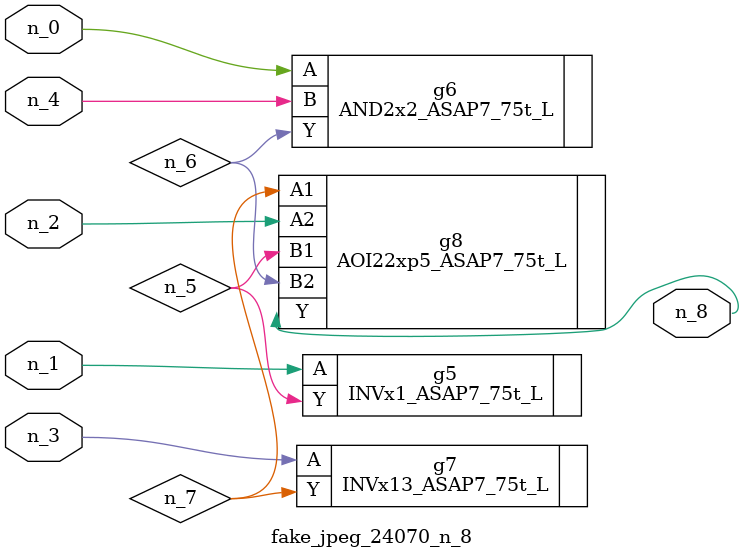
<source format=v>
module fake_jpeg_24070_n_8 (n_3, n_2, n_1, n_0, n_4, n_8);

input n_3;
input n_2;
input n_1;
input n_0;
input n_4;

output n_8;

wire n_6;
wire n_5;
wire n_7;

INVx1_ASAP7_75t_L g5 ( 
.A(n_1),
.Y(n_5)
);

AND2x2_ASAP7_75t_L g6 ( 
.A(n_0),
.B(n_4),
.Y(n_6)
);

INVx13_ASAP7_75t_L g7 ( 
.A(n_3),
.Y(n_7)
);

AOI22xp5_ASAP7_75t_L g8 ( 
.A1(n_7),
.A2(n_2),
.B1(n_5),
.B2(n_6),
.Y(n_8)
);


endmodule
</source>
